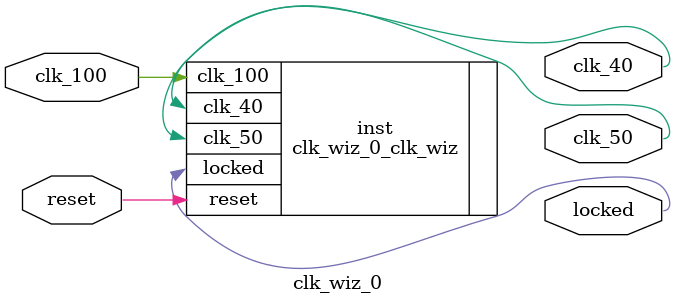
<source format=v>


`timescale 1ps/1ps

(* CORE_GENERATION_INFO = "clk_wiz_0,clk_wiz_v6_0_14_0_0,{component_name=clk_wiz_0,use_phase_alignment=true,use_min_o_jitter=false,use_max_i_jitter=false,use_dyn_phase_shift=false,use_inclk_switchover=false,use_dyn_reconfig=false,enable_axi=0,feedback_source=FDBK_AUTO,PRIMITIVE=MMCM,num_out_clk=2,clkin1_period=10.000,clkin2_period=10.000,use_power_down=false,use_reset=true,use_locked=true,use_inclk_stopped=false,feedback_type=SINGLE,CLOCK_MGR_TYPE=NA,manual_override=false}" *)

module clk_wiz_0 
 (
  // Clock out ports
  output        clk_50,
  output        clk_40,
  // Status and control signals
  input         reset,
  output        locked,
 // Clock in ports
  input         clk_100
 );

  clk_wiz_0_clk_wiz inst
  (
  // Clock out ports  
  .clk_50(clk_50),
  .clk_40(clk_40),
  // Status and control signals               
  .reset(reset), 
  .locked(locked),
 // Clock in ports
  .clk_100(clk_100)
  );

endmodule

</source>
